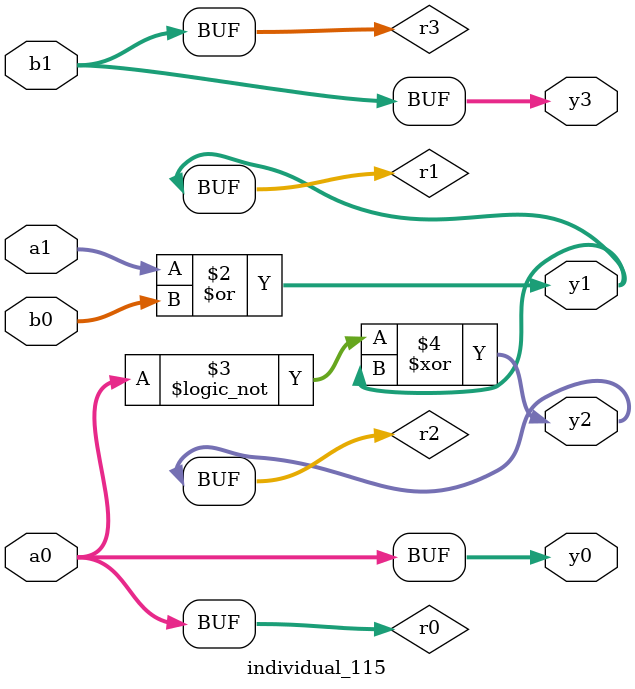
<source format=sv>
module individual_115(input logic [15:0] a1, input logic [15:0] a0, input logic [15:0] b1, input logic [15:0] b0, output logic [15:0] y3, output logic [15:0] y2, output logic [15:0] y1, output logic [15:0] y0);
logic [15:0] r0, r1, r2, r3; 
 always@(*) begin 
	 r0 = a0; r1 = a1; r2 = b0; r3 = b1; 
 	 r1  |=  b0 ;
 	 r2 = ! a0 ;
 	 r2  ^=  r1 ;
 	 y3 = r3; y2 = r2; y1 = r1; y0 = r0; 
end
endmodule
</source>
